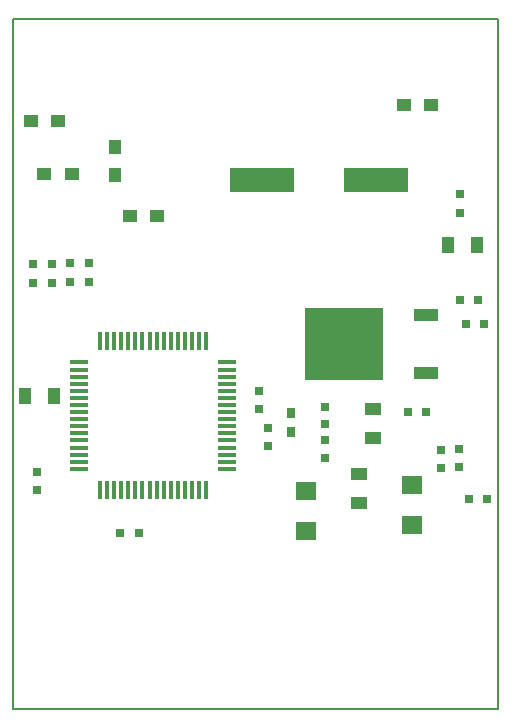
<source format=gtp>
%FSLAX44Y44*%
%MOMM*%
G71*
G01*
G75*
G04 Layer_Color=8421504*
%ADD10R,0.8000X0.8000*%
%ADD11R,0.7000X0.8500*%
%ADD12R,1.0000X1.4000*%
%ADD13R,0.8000X0.8000*%
%ADD14R,6.6000X6.1000*%
%ADD15R,2.0000X1.0000*%
%ADD16R,1.4000X1.0000*%
%ADD17R,1.7000X1.5000*%
%ADD18R,1.5000X0.3000*%
%ADD19R,0.3000X1.5000*%
%ADD20R,1.2500X1.1000*%
%ADD21R,1.1000X1.2500*%
%ADD22R,5.5000X2.0000*%
%ADD23C,0.2540*%
%ADD24C,0.2000*%
%ADD25C,2.0000*%
%ADD26C,0.4000*%
%ADD27C,0.3000*%
D10*
X263977Y256347D02*
D03*
Y241361D02*
D03*
X263636Y227773D02*
D03*
Y212787D02*
D03*
X215921Y237960D02*
D03*
Y222974D02*
D03*
X378571Y420192D02*
D03*
Y436192D02*
D03*
X362226Y204807D02*
D03*
Y219793D02*
D03*
X377642Y205438D02*
D03*
Y220424D02*
D03*
X64338Y362164D02*
D03*
Y378164D02*
D03*
X48008Y361821D02*
D03*
Y377821D02*
D03*
X32703Y361483D02*
D03*
Y377483D02*
D03*
X17056Y361143D02*
D03*
Y377143D02*
D03*
X207980Y269680D02*
D03*
Y254694D02*
D03*
X19924Y185896D02*
D03*
Y200882D02*
D03*
D11*
X235029Y235162D02*
D03*
Y251162D02*
D03*
D12*
X392141Y393171D02*
D03*
X368141D02*
D03*
X9991Y265289D02*
D03*
X33991D02*
D03*
D13*
X393509Y347024D02*
D03*
X378523D02*
D03*
X383170Y326292D02*
D03*
X398156D02*
D03*
X349023Y251640D02*
D03*
X334037D02*
D03*
X385827Y177986D02*
D03*
X400813D02*
D03*
X106694Y149400D02*
D03*
X90694D02*
D03*
D14*
X280298Y309671D02*
D03*
D15*
X349158Y285171D02*
D03*
Y334171D02*
D03*
D16*
X304282Y230158D02*
D03*
Y254158D02*
D03*
X292309Y198970D02*
D03*
Y174970D02*
D03*
D17*
X337918Y155879D02*
D03*
Y189879D02*
D03*
X247398Y151102D02*
D03*
Y185102D02*
D03*
D18*
X55280Y203788D02*
D03*
Y209788D02*
D03*
Y215788D02*
D03*
Y221788D02*
D03*
Y269788D02*
D03*
Y245788D02*
D03*
Y239788D02*
D03*
Y233788D02*
D03*
Y227788D02*
D03*
Y263788D02*
D03*
Y257788D02*
D03*
Y251788D02*
D03*
Y275788D02*
D03*
Y281788D02*
D03*
Y287788D02*
D03*
Y293788D02*
D03*
X181280Y293788D02*
D03*
Y287788D02*
D03*
Y281788D02*
D03*
Y275788D02*
D03*
Y251788D02*
D03*
Y257788D02*
D03*
Y263788D02*
D03*
Y227788D02*
D03*
Y233788D02*
D03*
Y239788D02*
D03*
Y245788D02*
D03*
Y269788D02*
D03*
Y221788D02*
D03*
Y215788D02*
D03*
Y209788D02*
D03*
Y203788D02*
D03*
D19*
X163280Y311788D02*
D03*
X157280D02*
D03*
X151280D02*
D03*
X145280D02*
D03*
X97280D02*
D03*
X121280D02*
D03*
X127280D02*
D03*
X133280D02*
D03*
X139280D02*
D03*
X103280D02*
D03*
X109280D02*
D03*
X115280D02*
D03*
X91280D02*
D03*
X85280D02*
D03*
X79280D02*
D03*
X73280D02*
D03*
Y185788D02*
D03*
X79280D02*
D03*
X85280D02*
D03*
X91280D02*
D03*
X115280D02*
D03*
X109280D02*
D03*
X103280D02*
D03*
X139280D02*
D03*
X133280D02*
D03*
X127280D02*
D03*
X121280D02*
D03*
X97280D02*
D03*
X145280D02*
D03*
X151280D02*
D03*
X157280D02*
D03*
X163280D02*
D03*
D20*
X121760Y417786D02*
D03*
X98760D02*
D03*
X26306Y453163D02*
D03*
X49306D02*
D03*
X15080Y498404D02*
D03*
X38080D02*
D03*
X353748Y512010D02*
D03*
X330748D02*
D03*
D21*
X85768Y475888D02*
D03*
Y452888D02*
D03*
D22*
X307340Y448310D02*
D03*
X210820D02*
D03*
D24*
X0Y0D02*
X410000D01*
X0D02*
Y585000D01*
X410000Y0D02*
Y585000D01*
X0D02*
X410000D01*
M02*

</source>
